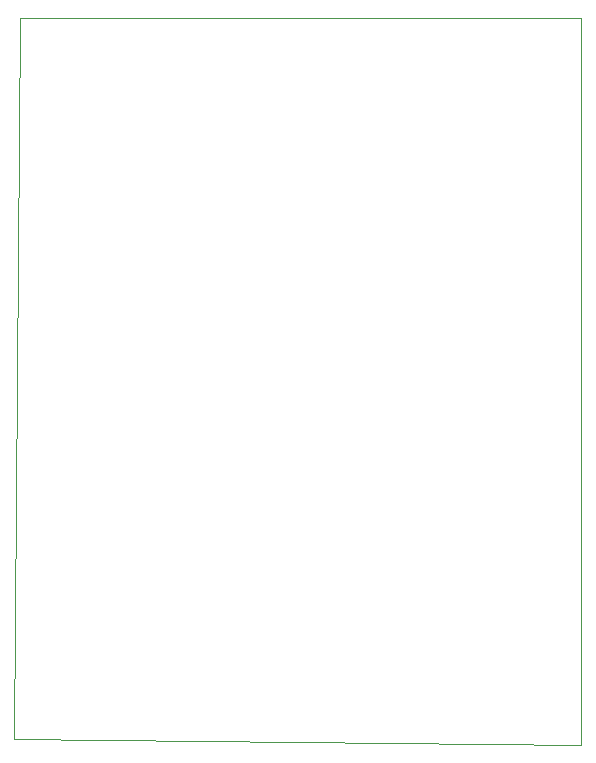
<source format=gm1>
G04 #@! TF.GenerationSoftware,KiCad,Pcbnew,8.0.1*
G04 #@! TF.CreationDate,2024-05-12T14:06:37-04:00*
G04 #@! TF.ProjectId,recyclobot,72656379-636c-46f6-926f-742e6b696361,rev?*
G04 #@! TF.SameCoordinates,Original*
G04 #@! TF.FileFunction,Profile,NP*
%FSLAX46Y46*%
G04 Gerber Fmt 4.6, Leading zero omitted, Abs format (unit mm)*
G04 Created by KiCad (PCBNEW 8.0.1) date 2024-05-12 14:06:37*
%MOMM*%
%LPD*%
G01*
G04 APERTURE LIST*
G04 #@! TA.AperFunction,Profile*
%ADD10C,0.050000*%
G04 #@! TD*
G04 APERTURE END LIST*
D10*
X131000000Y-120500000D02*
X131500000Y-59500000D01*
X179000000Y-121000000D02*
X131000000Y-120500000D01*
X179000000Y-59500000D02*
X179000000Y-121000000D01*
X131500000Y-59500000D02*
X179000000Y-59500000D01*
M02*

</source>
